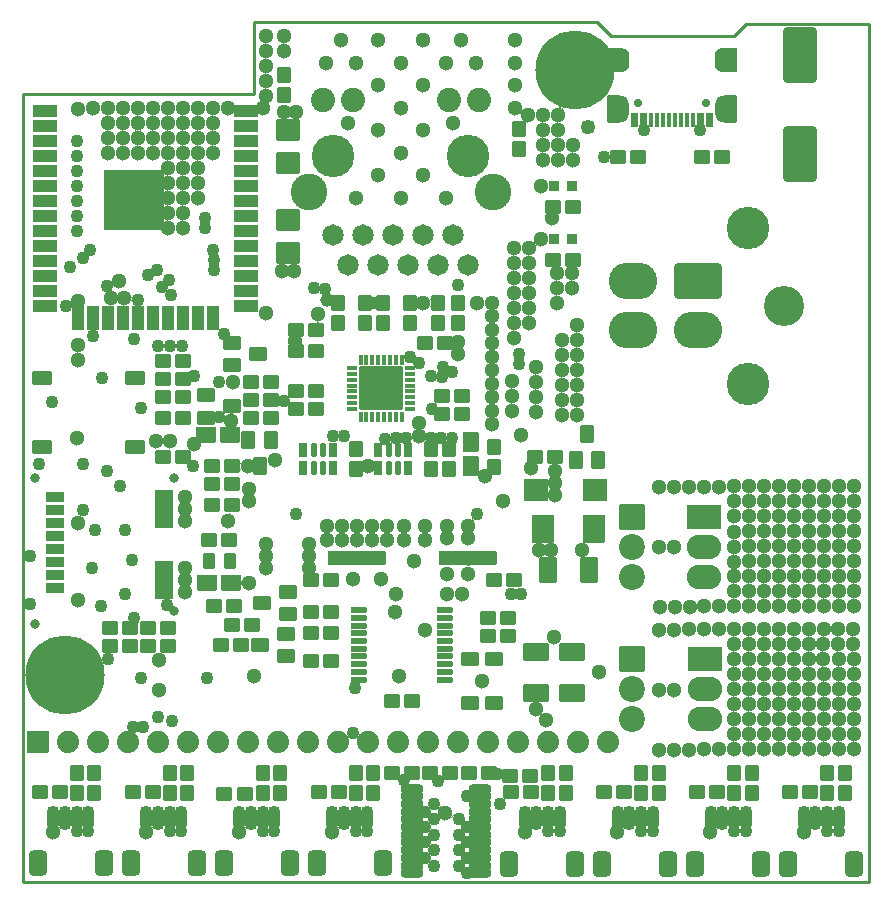
<source format=gbr>
%TF.GenerationSoftware,KiCad,Pcbnew,(6.0.8)*%
%TF.CreationDate,2023-02-19T19:21:05+03:00*%
%TF.ProjectId,ESP32-GATEWAY_Rev_G,45535033-322d-4474-9154-455741595f52,0*%
%TF.SameCoordinates,PX4260300PY8558f68*%
%TF.FileFunction,Soldermask,Top*%
%TF.FilePolarity,Negative*%
%FSLAX46Y46*%
G04 Gerber Fmt 4.6, Leading zero omitted, Abs format (unit mm)*
G04 Created by KiCad (PCBNEW (6.0.8)) date 2023-02-19 19:21:05*
%MOMM*%
%LPD*%
G01*
G04 APERTURE LIST*
G04 Aperture macros list*
%AMRoundRect*
0 Rectangle with rounded corners*
0 $1 Rounding radius*
0 $2 $3 $4 $5 $6 $7 $8 $9 X,Y pos of 4 corners*
0 Add a 4 corners polygon primitive as box body*
4,1,4,$2,$3,$4,$5,$6,$7,$8,$9,$2,$3,0*
0 Add four circle primitives for the rounded corners*
1,1,$1+$1,$2,$3*
1,1,$1+$1,$4,$5*
1,1,$1+$1,$6,$7*
1,1,$1+$1,$8,$9*
0 Add four rect primitives between the rounded corners*
20,1,$1+$1,$2,$3,$4,$5,0*
20,1,$1+$1,$4,$5,$6,$7,0*
20,1,$1+$1,$6,$7,$8,$9,0*
20,1,$1+$1,$8,$9,$2,$3,0*%
G04 Aperture macros list end*
%TA.AperFunction,Profile*%
%ADD10C,0.254000*%
%TD*%
%ADD11C,1.600000*%
%ADD12C,6.700000*%
%ADD13RoundRect,0.101600X0.499110X-0.549910X0.499110X0.549910X-0.499110X0.549910X-0.499110X-0.549910X0*%
%ADD14RoundRect,0.101600X-0.398780X-0.599440X0.398780X-0.599440X0.398780X0.599440X-0.398780X0.599440X0*%
%ADD15RoundRect,0.101600X-0.499110X0.549910X-0.499110X-0.549910X0.499110X-0.549910X0.499110X0.549910X0*%
%ADD16RoundRect,0.101600X-0.549910X-0.499110X0.549910X-0.499110X0.549910X0.499110X-0.549910X0.499110X0*%
%ADD17RoundRect,0.101600X0.549910X0.499110X-0.549910X0.499110X-0.549910X-0.499110X0.549910X-0.499110X0*%
%ADD18RoundRect,0.050800X0.635000X-0.762000X0.635000X0.762000X-0.635000X0.762000X-0.635000X-0.762000X0*%
%ADD19RoundRect,0.050800X0.762000X0.635000X-0.762000X0.635000X-0.762000X-0.635000X0.762000X-0.635000X0*%
%ADD20RoundRect,0.050800X-0.400000X-0.400000X0.400000X-0.400000X0.400000X0.400000X-0.400000X0.400000X0*%
%ADD21RoundRect,0.050800X-0.317500X-0.508000X0.317500X-0.508000X0.317500X0.508000X-0.317500X0.508000X0*%
%ADD22RoundRect,0.050800X-0.190500X-0.508000X0.190500X-0.508000X0.190500X0.508000X-0.190500X0.508000X0*%
%ADD23RoundRect,0.050800X0.317500X0.508000X-0.317500X0.508000X-0.317500X-0.508000X0.317500X-0.508000X0*%
%ADD24RoundRect,0.050800X0.190500X0.508000X-0.190500X0.508000X-0.190500X-0.508000X0.190500X-0.508000X0*%
%ADD25RoundRect,0.050800X-1.000000X-0.450000X1.000000X-0.450000X1.000000X0.450000X-1.000000X0.450000X0*%
%ADD26RoundRect,0.050800X-0.450000X-1.000000X0.450000X-1.000000X0.450000X1.000000X-0.450000X1.000000X0*%
%ADD27RoundRect,0.050800X-2.500000X-2.500000X2.500000X-2.500000X2.500000X2.500000X-2.500000X2.500000X0*%
%ADD28C,2.101600*%
%ADD29RoundRect,0.050800X-0.400000X-0.125000X0.400000X-0.125000X0.400000X0.125000X-0.400000X0.125000X0*%
%ADD30RoundRect,0.050800X0.125000X-0.400000X0.125000X0.400000X-0.125000X0.400000X-0.125000X-0.400000X0*%
%ADD31RoundRect,0.050800X0.400000X0.125000X-0.400000X0.125000X-0.400000X-0.125000X0.400000X-0.125000X0*%
%ADD32RoundRect,0.050800X-0.125000X0.400000X-0.125000X-0.400000X0.125000X-0.400000X0.125000X0.400000X0*%
%ADD33RoundRect,0.200000X-0.200000X0.200000X-0.200000X-0.200000X0.200000X-0.200000X0.200000X0.200000X0*%
%ADD34RoundRect,0.050800X-1.800000X1.800000X-1.800000X-1.800000X1.800000X-1.800000X1.800000X1.800000X0*%
%ADD35RoundRect,0.200000X-0.711200X0.711200X-0.711200X-0.711200X0.711200X-0.711200X0.711200X0.711200X0*%
%ADD36RoundRect,0.050800X-0.750000X0.400000X-0.750000X-0.400000X0.750000X-0.400000X0.750000X0.400000X0*%
%ADD37C,0.800000*%
%ADD38RoundRect,0.050800X-0.750000X1.550000X-0.750000X-1.550000X0.750000X-1.550000X0.750000X1.550000X0*%
%ADD39RoundRect,0.050800X-0.762000X0.508000X-0.762000X-0.508000X0.762000X-0.508000X0.762000X0.508000X0*%
%ADD40C,3.600000*%
%ADD41C,1.810000*%
%ADD42C,2.050000*%
%ADD43C,3.100000*%
%ADD44RoundRect,0.101600X-0.899160X0.798830X-0.899160X-0.798830X0.899160X-0.798830X0.899160X0.798830X0*%
%ADD45RoundRect,0.101600X0.899160X-0.798830X0.899160X0.798830X-0.899160X0.798830X-0.899160X-0.798830X0*%
%ADD46RoundRect,0.050800X1.000000X0.850000X-1.000000X0.850000X-1.000000X-0.850000X1.000000X-0.850000X0*%
%ADD47RoundRect,0.050800X-0.500000X0.700000X-0.500000X-0.700000X0.500000X-0.700000X0.500000X0.700000X0*%
%ADD48RoundRect,0.050800X-2.413000X-0.550000X2.413000X-0.550000X2.413000X0.550000X-2.413000X0.550000X0*%
%ADD49RoundRect,0.050800X-0.700000X-0.500000X0.700000X-0.500000X0.700000X0.500000X-0.700000X0.500000X0*%
%ADD50RoundRect,0.050800X0.635000X-0.162500X0.635000X0.162500X-0.635000X0.162500X-0.635000X-0.162500X0*%
%ADD51RoundRect,0.050800X-0.889000X-0.889000X0.889000X-0.889000X0.889000X0.889000X-0.889000X0.889000X0*%
%ADD52C,1.879600*%
%ADD53RoundRect,0.050800X0.889000X1.143000X-0.889000X1.143000X-0.889000X-1.143000X0.889000X-1.143000X0*%
%ADD54RoundRect,0.050800X0.500000X-0.700000X0.500000X0.700000X-0.500000X0.700000X-0.500000X-0.700000X0*%
%ADD55RoundRect,0.050800X-0.762000X-0.635000X0.762000X-0.635000X0.762000X0.635000X-0.762000X0.635000X0*%
%ADD56RoundRect,0.050800X0.700000X0.500000X-0.700000X0.500000X-0.700000X-0.500000X0.700000X-0.500000X0*%
%ADD57RoundRect,0.050800X-0.700000X0.500000X-0.700000X-0.500000X0.700000X-0.500000X0.700000X0.500000X0*%
%ADD58RoundRect,0.050800X0.700000X-0.500000X0.700000X0.500000X-0.700000X0.500000X-0.700000X-0.500000X0*%
%ADD59C,1.254000*%
%ADD60RoundRect,0.350000X-0.150000X-0.625000X0.150000X-0.625000X0.150000X0.625000X-0.150000X0.625000X0*%
%ADD61RoundRect,0.450000X-0.350000X-0.650000X0.350000X-0.650000X0.350000X0.650000X-0.350000X0.650000X0*%
%ADD62RoundRect,0.101600X0.635000X1.029970X-0.635000X1.029970X-0.635000X-1.029970X0.635000X-1.029970X0*%
%ADD63RoundRect,0.200000X0.900000X-0.900000X0.900000X0.900000X-0.900000X0.900000X-0.900000X-0.900000X0*%
%ADD64C,2.200000*%
%ADD65RoundRect,0.200000X-1.250000X0.850000X-1.250000X-0.850000X1.250000X-0.850000X1.250000X0.850000X0*%
%ADD66O,2.900000X2.100000*%
%ADD67C,3.400000*%
%ADD68RoundRect,0.450001X-1.599999X1.099999X-1.599999X-1.099999X1.599999X-1.099999X1.599999X1.099999X0*%
%ADD69O,4.100000X3.100000*%
%ADD70RoundRect,0.300000X-0.637500X-0.100000X0.637500X-0.100000X0.637500X0.100000X-0.637500X0.100000X0*%
%ADD71C,0.701600*%
%ADD72RoundRect,0.050800X0.550000X1.000000X-0.550000X1.000000X-0.550000X-1.000000X0.550000X-1.000000X0*%
%ADD73O,1.301600X2.301600*%
%ADD74RoundRect,0.050800X0.550000X1.100000X-0.550000X1.100000X-0.550000X-1.100000X0.550000X-1.100000X0*%
%ADD75O,1.401600X2.101600*%
%ADD76RoundRect,0.050800X0.150000X0.575000X-0.150000X0.575000X-0.150000X-0.575000X0.150000X-0.575000X0*%
%ADD77RoundRect,0.050800X0.125000X0.575000X-0.125000X0.575000X-0.125000X-0.575000X0.125000X-0.575000X0*%
%ADD78C,1.101600*%
%ADD79RoundRect,0.101600X1.029970X-0.635000X1.029970X0.635000X-1.029970X0.635000X-1.029970X-0.635000X0*%
%ADD80RoundRect,0.450000X1.000000X-1.950000X1.000000X1.950000X-1.000000X1.950000X-1.000000X-1.950000X0*%
%ADD81C,1.300000*%
%ADD82C,1.100000*%
%ADD83C,1.150000*%
G04 APERTURE END LIST*
D10*
X48650000Y72773492D02*
X49770000Y71659000D01*
X48650000Y72773492D02*
X19554000Y72769000D01*
X-4000Y66673000D02*
X0Y0D01*
X61200000Y72675000D02*
X71675000Y72675000D01*
X19554000Y66673000D02*
X19554000Y72769000D01*
X60184000Y71659000D02*
X61200000Y72675000D01*
X49770000Y71659000D02*
X60184000Y71659000D01*
X71675000Y72675000D02*
X71675000Y0D01*
X-4000Y66673000D02*
X19554000Y66673000D01*
X0Y0D02*
X71675000Y0D01*
X48650000Y72773492D02*
X49770000Y71659000D01*
X48650000Y72773492D02*
X19554000Y72769000D01*
X-4000Y66673000D02*
X0Y0D01*
X61200000Y72675000D02*
X71675000Y72675000D01*
X19554000Y66673000D02*
X19554000Y72769000D01*
X60184000Y71659000D02*
X61200000Y72675000D01*
X49770000Y71659000D02*
X60184000Y71659000D01*
X71675000Y72675000D02*
X71675000Y0D01*
X-4000Y66673000D02*
X19554000Y66673000D01*
X0Y0D02*
X71675000Y0D01*
D11*
X5203000Y19175000D03*
X1901000Y15746000D03*
X5203000Y15873000D03*
X3552000Y15111000D03*
X1139000Y17524000D03*
X3552000Y19937000D03*
X5965000Y17524000D03*
X1901000Y19175000D03*
D12*
X3552000Y17524000D03*
D13*
X36064000Y34963640D03*
X36064000Y36660360D03*
X34540000Y34963640D03*
X34540000Y36660360D03*
D14*
X15733840Y27176000D03*
X17532160Y27176000D03*
D15*
X36826000Y48979360D03*
X36826000Y47282640D03*
X39874000Y36787360D03*
X39874000Y35090640D03*
X28190000Y36660360D03*
X28190000Y34963640D03*
D16*
X34072640Y45591000D03*
X35769360Y45591000D03*
D17*
X24847360Y44956000D03*
X23150640Y44956000D03*
X24847360Y40003000D03*
X23150640Y40003000D03*
X24847360Y41527000D03*
X23150640Y41527000D03*
X37166360Y41146000D03*
X35469640Y41146000D03*
D18*
X37969000Y35177000D03*
X37969000Y37209000D03*
D19*
X17649000Y25271000D03*
X15617000Y25271000D03*
D20*
X46461500Y54455000D03*
X44937500Y54455000D03*
D16*
X11847640Y44067000D03*
X13544360Y44067000D03*
D13*
X22094000Y66586640D03*
X22094000Y68283360D03*
D15*
X42033000Y63711360D03*
X42033000Y62014640D03*
X28952000Y48979360D03*
X28952000Y47282640D03*
X26666000Y48979360D03*
X26666000Y47282640D03*
X32762000Y48979360D03*
X32762000Y47282640D03*
X30476000Y48979360D03*
X30476000Y47282640D03*
D16*
X31278640Y15301500D03*
X32975360Y15301500D03*
X35469640Y39625000D03*
X37166360Y39625000D03*
D17*
X24847360Y46734000D03*
X23150640Y46734000D03*
D16*
X39406640Y20826000D03*
X41103360Y20826000D03*
D17*
X26117360Y22858000D03*
X24420640Y22858000D03*
D21*
X23745000Y35050000D03*
X23745000Y36574000D03*
D22*
X24634000Y35050000D03*
X24634000Y36574000D03*
X25396000Y35050000D03*
X25396000Y36574000D03*
D21*
X26285000Y35050000D03*
X26285000Y36574000D03*
D23*
X32635000Y36574000D03*
X32635000Y35050000D03*
D24*
X31746000Y36574000D03*
X31746000Y35050000D03*
X30984000Y36574000D03*
X30984000Y35050000D03*
D23*
X30095000Y36574000D03*
X30095000Y35050000D03*
D25*
X1910000Y65252000D03*
X1910000Y63982000D03*
X1910000Y62712000D03*
X1910000Y61442000D03*
X1910000Y60172000D03*
X1910000Y58902000D03*
X1910000Y57632000D03*
X1910000Y56362000D03*
X1910000Y55092000D03*
X1910000Y53822000D03*
X1910000Y52552000D03*
X1910000Y51282000D03*
X1910000Y50012000D03*
X1910000Y48742000D03*
D26*
X4710000Y47742000D03*
X5980000Y47742000D03*
X7250000Y47742000D03*
X8520000Y47742000D03*
X9790000Y47742000D03*
X11060000Y47742000D03*
X12330000Y47742000D03*
X13600000Y47742000D03*
X14870000Y47742000D03*
X16140000Y47742000D03*
D25*
X18910000Y48742000D03*
X18910000Y50012000D03*
X18910000Y51282000D03*
X18910000Y52552000D03*
X18910000Y53822000D03*
X18910000Y55092000D03*
X18910000Y56362000D03*
X18910000Y57632000D03*
X18910000Y58902000D03*
X18910000Y60172000D03*
X18910000Y61442000D03*
X18910000Y62712000D03*
X18910000Y63982000D03*
X18910000Y65252000D03*
D27*
X9410000Y57742000D03*
D28*
X9410000Y57742000D03*
D29*
X27899000Y43531000D03*
X27899000Y43031000D03*
X27899000Y42531000D03*
X27899000Y42031000D03*
X27899000Y41531000D03*
X27899000Y41031000D03*
X27899000Y40531000D03*
X27899000Y40031000D03*
D30*
X28599000Y39331000D03*
X29099000Y39331000D03*
X29599000Y39331000D03*
X30099000Y39331000D03*
X30599000Y39331000D03*
X31099000Y39331000D03*
X31599000Y39331000D03*
X32099000Y39331000D03*
D31*
X32799000Y40031000D03*
X32799000Y40531000D03*
X32799000Y41031000D03*
X32799000Y41531000D03*
X32799000Y42031000D03*
X32799000Y42531000D03*
X32799000Y43031000D03*
X32799000Y43531000D03*
D32*
X32099000Y44231000D03*
X31599000Y44231000D03*
X31099000Y44231000D03*
X30599000Y44231000D03*
X30099000Y44231000D03*
X29599000Y44231000D03*
X29099000Y44231000D03*
X28599000Y44231000D03*
D33*
X31649000Y42281000D03*
X30849000Y43081000D03*
X29849000Y43081000D03*
D34*
X30349000Y41781000D03*
D33*
X31649000Y41281000D03*
X29049000Y41281000D03*
X30849000Y40481000D03*
D35*
X30349000Y41781000D03*
D33*
X29049000Y42281000D03*
X29849000Y40481000D03*
D36*
X2727000Y24850000D03*
X2727000Y25950000D03*
X2727000Y27050000D03*
X2727000Y28150000D03*
X2727000Y29250000D03*
X2727000Y30350000D03*
X2727000Y31450000D03*
X2727000Y32550000D03*
D37*
X1007000Y21880000D03*
X12807000Y22970000D03*
X12807000Y34240000D03*
X1007000Y34240000D03*
D38*
X11977000Y31610000D03*
X11977000Y25550000D03*
D17*
X17481360Y28954000D03*
X15784640Y28954000D03*
D39*
X9521000Y42670000D03*
X1647000Y42670000D03*
X9521000Y36828000D03*
X1647000Y36828000D03*
D40*
X26285000Y61466000D03*
X37715000Y61466000D03*
D41*
X36455000Y54766000D03*
X35185000Y52226000D03*
X33915000Y54766000D03*
X32645000Y52226000D03*
X31375000Y54766000D03*
X30105000Y52226000D03*
X28835000Y54766000D03*
X27565000Y52226000D03*
D42*
X27930000Y66214500D03*
X38610000Y66214500D03*
D43*
X39800000Y58416000D03*
X24200000Y58416000D03*
D42*
X25390000Y66214500D03*
X36070000Y66214500D03*
D44*
X22475000Y56007540D03*
X22475000Y53208460D03*
D45*
X22475000Y60828460D03*
X22475000Y63627540D03*
D17*
X46547860Y52677000D03*
X44851140Y52677000D03*
X26117360Y25525000D03*
X24420640Y25525000D03*
D16*
X39914640Y25525000D03*
X41611360Y25525000D03*
D17*
X26117360Y18667000D03*
X24420640Y18667000D03*
D16*
X39406640Y22350000D03*
X41103360Y22350000D03*
D46*
X48470000Y33145000D03*
X43470000Y33145000D03*
D47*
X46798040Y35720560D03*
X48700500Y35720560D03*
X47745460Y37930360D03*
D48*
X28317000Y27430000D03*
X37715000Y27430000D03*
D49*
X22439440Y22670040D03*
X22439440Y24572500D03*
X20229640Y23617460D03*
D17*
X45040360Y35939000D03*
X43343640Y35939000D03*
X26117360Y21080000D03*
X24420640Y21080000D03*
X13544360Y42543000D03*
X11847640Y42543000D03*
D16*
X11847640Y41019000D03*
X13544360Y41019000D03*
D50*
X35746500Y17139000D03*
X35746500Y17789000D03*
X35746500Y18439000D03*
X35746500Y19089000D03*
X35746500Y19739000D03*
X35746500Y20389000D03*
X35746500Y21039000D03*
X35746500Y21689000D03*
X35746500Y22339000D03*
X35746500Y22989000D03*
X28507500Y22989000D03*
X28507500Y22339000D03*
X28507500Y21689000D03*
X28507500Y21039000D03*
X28507500Y20389000D03*
X28507500Y19739000D03*
X28507500Y19089000D03*
X28507500Y18439000D03*
X28507500Y17789000D03*
X28507500Y17139000D03*
D11*
X45081000Y70356000D03*
X45081000Y66927000D03*
X49145000Y68705000D03*
X48383000Y70356000D03*
X44319000Y68705000D03*
X48383000Y67054000D03*
X46732000Y71118000D03*
D12*
X46732000Y68705000D03*
D11*
X46732000Y66292000D03*
D51*
X1266000Y11809000D03*
D52*
X3806000Y11809000D03*
X6346000Y11809000D03*
X8886000Y11809000D03*
X11426000Y11809000D03*
X13966000Y11809000D03*
X16506000Y11809000D03*
X19046000Y11809000D03*
X21586000Y11809000D03*
X24126000Y11809000D03*
X26666000Y11809000D03*
X29206000Y11809000D03*
X31746000Y11809000D03*
X34286000Y11809000D03*
X36826000Y11809000D03*
X39366000Y11809000D03*
X41906000Y11809000D03*
X44446000Y11809000D03*
X46986000Y11809000D03*
X49526000Y11809000D03*
D20*
X46461500Y58900000D03*
X44937500Y58900000D03*
D16*
X44851140Y57122000D03*
X46547860Y57122000D03*
D17*
X12274360Y19937000D03*
X10577640Y19937000D03*
X17735360Y35177000D03*
X16038640Y35177000D03*
D53*
X48401000Y29843000D03*
X44047000Y29843000D03*
D54*
X21011960Y37427440D03*
X19109500Y37427440D03*
X20064540Y35217640D03*
D17*
X21037360Y42289000D03*
X19340640Y42289000D03*
D55*
X15490000Y37844000D03*
X17522000Y37844000D03*
D16*
X19340639Y39241000D03*
X21037359Y39241000D03*
D56*
X17684560Y45651960D03*
X17684560Y43749500D03*
X19894360Y44704540D03*
D16*
X19340639Y40765000D03*
X21037359Y40765000D03*
D17*
X9099360Y21461000D03*
X7402640Y21461000D03*
X17735360Y33653000D03*
X16038640Y33653000D03*
D57*
X15533000Y41207000D03*
X15533000Y39307000D03*
X17733000Y40257000D03*
D58*
X37842000Y15116000D03*
X37842000Y18916000D03*
D57*
X39874000Y18916000D03*
X39874000Y15116000D03*
D59*
X47825000Y63950000D03*
D13*
X35175000Y47282640D03*
X35175000Y48979360D03*
D16*
X16038640Y31875000D03*
X17735360Y31875000D03*
D17*
X12274360Y21461000D03*
X10577640Y21461000D03*
X9099360Y19937000D03*
X7402640Y19937000D03*
X19386360Y21715000D03*
X17689640Y21715000D03*
X17862360Y23366000D03*
X16165640Y23366000D03*
D49*
X22312440Y19114040D03*
X22312440Y21016500D03*
X20102640Y20061460D03*
D17*
X18497360Y20064000D03*
X16800640Y20064000D03*
X13544360Y39241000D03*
X11847640Y39241000D03*
X13544360Y35939000D03*
X11847640Y35939000D03*
D15*
X28170000Y9235081D03*
X28170000Y7538361D03*
D17*
X39473360Y9219180D03*
X37776640Y9219180D03*
D16*
X17076640Y7486829D03*
X18773360Y7486829D03*
D60*
X10430000Y5440000D03*
X11430000Y5440000D03*
X12430000Y5440000D03*
X13430000Y5440000D03*
D61*
X14730000Y1565000D03*
X9130000Y1565000D03*
D16*
X64978200Y7585000D03*
X66674920Y7585000D03*
D62*
X47977600Y26400000D03*
X44472400Y26400000D03*
D15*
X4560000Y9236720D03*
X4560000Y7540000D03*
D60*
X2560000Y5440000D03*
X3560000Y5440000D03*
X4560000Y5440000D03*
X5560000Y5440000D03*
D61*
X1260000Y1565000D03*
X6860000Y1565000D03*
D41*
X26300000Y54775000D03*
D63*
X51610000Y30925000D03*
D64*
X51610000Y28385000D03*
X51610000Y25845000D03*
D16*
X1436640Y7590000D03*
X3133360Y7590000D03*
D60*
X50360000Y5434115D03*
X51360000Y5434115D03*
X52360000Y5434115D03*
X53360000Y5434115D03*
D61*
X54660000Y1559115D03*
X49060000Y1559115D03*
D60*
X58230000Y5435112D03*
X59230000Y5435112D03*
X60230000Y5435112D03*
X61230000Y5435112D03*
D61*
X56930000Y1560112D03*
X62530000Y1560112D03*
D15*
X21775000Y9236009D03*
X21775000Y7539289D03*
D60*
X26170000Y5436721D03*
X27170000Y5436721D03*
X28170000Y5436721D03*
X29170000Y5436721D03*
D61*
X30470000Y1561721D03*
X24870000Y1561721D03*
D15*
X53835000Y9232475D03*
X53835000Y7535755D03*
D63*
X51610000Y18850000D03*
D64*
X51610000Y16310000D03*
X51610000Y13770000D03*
D16*
X50401640Y61350000D03*
X52098360Y61350000D03*
X57107480Y7585112D03*
X58804200Y7585112D03*
D65*
X57725000Y18875000D03*
D66*
X57725000Y16335000D03*
X57725000Y13795000D03*
D15*
X52360000Y9229195D03*
X52360000Y7532475D03*
X60230000Y9233472D03*
X60230000Y7536752D03*
D65*
X57717500Y30935000D03*
D66*
X57717500Y28395000D03*
X57717500Y25855000D03*
D15*
X6035000Y9238360D03*
X6035000Y7541640D03*
D17*
X36193360Y9220000D03*
X34496640Y9220000D03*
D15*
X29645000Y9235081D03*
X29645000Y7538361D03*
D16*
X49235800Y7584115D03*
X50932520Y7584115D03*
D60*
X42490000Y5433893D03*
X43490000Y5433893D03*
X44490000Y5433893D03*
X45490000Y5433893D03*
D61*
X46790000Y1558893D03*
X41190000Y1558893D03*
D15*
X68100720Y9236640D03*
X68100720Y7539920D03*
D67*
X64465000Y48800000D03*
D68*
X57165000Y50900000D03*
D69*
X57165000Y46700000D03*
X51665000Y50900000D03*
X51665000Y46700000D03*
D16*
X57476640Y61350000D03*
X59173360Y61350000D03*
D70*
X32987500Y7890000D03*
X32987500Y7240000D03*
X32987500Y6590000D03*
X32987500Y5940000D03*
X32987500Y5290000D03*
X32987500Y4640000D03*
X32987500Y3990000D03*
X32987500Y3340000D03*
X32987500Y2690000D03*
X32987500Y2040000D03*
X32987500Y1390000D03*
X32987500Y740000D03*
X38712500Y740000D03*
X38712500Y1390000D03*
X38712500Y2040000D03*
X38712500Y2690000D03*
X38712500Y3340000D03*
X38712500Y3990000D03*
X38712500Y4640000D03*
X38712500Y5290000D03*
X38712500Y5940000D03*
X38712500Y6590000D03*
X38712500Y7240000D03*
X38712500Y7890000D03*
D16*
X9307480Y7590000D03*
X11004200Y7590000D03*
D15*
X13905000Y9238360D03*
X13905000Y7541640D03*
D17*
X42948360Y8980000D03*
X41251640Y8980000D03*
D15*
X45965000Y9232253D03*
X45965000Y7535533D03*
X20300000Y9236009D03*
X20300000Y7539289D03*
D16*
X25047480Y7586721D03*
X26744200Y7586721D03*
D60*
X66110000Y5435000D03*
X67110000Y5435000D03*
X68110000Y5435000D03*
X69110000Y5435000D03*
D61*
X70410000Y1560000D03*
X64810000Y1560000D03*
D16*
X41367480Y7583893D03*
X43064200Y7583893D03*
D71*
X57865000Y65920000D03*
X52085000Y65920000D03*
D72*
X50047400Y69600000D03*
D73*
X59295000Y65420000D03*
D74*
X59902600Y65420000D03*
D75*
X59295000Y69600000D03*
D73*
X50655000Y65420000D03*
D72*
X59902600Y69600000D03*
D75*
X50655000Y69600000D03*
D74*
X50047400Y65420000D03*
D76*
X58300000Y64518000D03*
X57500000Y64518000D03*
D77*
X56225000Y64518000D03*
X55225000Y64518000D03*
X54725000Y64518000D03*
X53725000Y64518000D03*
D76*
X52450000Y64518000D03*
X51650000Y64518000D03*
X51900000Y64518000D03*
X52700000Y64518000D03*
D77*
X53225000Y64518000D03*
X54225000Y64518000D03*
X55725000Y64518000D03*
X56725000Y64518000D03*
D76*
X57250000Y64518000D03*
X58050000Y64518000D03*
D15*
X69575720Y9233360D03*
X69575720Y7536640D03*
D78*
X49225000Y61350000D03*
D15*
X12430000Y9236720D03*
X12430000Y7540000D03*
D79*
X46475000Y15975000D03*
X46475000Y19480200D03*
D41*
X37715000Y52225000D03*
D16*
X31221640Y9220000D03*
X32918360Y9220000D03*
D15*
X61705000Y9233472D03*
X61705000Y7536752D03*
X44490000Y9230613D03*
X44490000Y7533893D03*
D60*
X18300000Y5437649D03*
X19300000Y5437649D03*
X20300000Y5437649D03*
X21300000Y5437649D03*
D61*
X22600000Y1562649D03*
X17000000Y1562649D03*
D80*
X65810000Y61620000D03*
X65810000Y70020000D03*
D40*
X61365000Y42200000D03*
X61365000Y55400000D03*
D68*
X57165000Y50900000D03*
D69*
X57165000Y46700000D03*
X51665000Y50900000D03*
X51665000Y46700000D03*
D79*
X43425000Y15975000D03*
X43425000Y19480200D03*
D81*
X13760000Y26541000D03*
X13760000Y25525000D03*
X13760000Y24509000D03*
D82*
X35429000Y37590000D03*
X34540000Y37590000D03*
D81*
X39747000Y46734000D03*
X39747000Y47877000D03*
X39747000Y49020000D03*
X39747000Y42162000D03*
X39747000Y41019000D03*
X39747000Y39876000D03*
X39747000Y38733000D03*
X29587000Y30097000D03*
X32254000Y30097000D03*
X34032000Y30097000D03*
X35937000Y30097000D03*
X32254000Y28954000D03*
X30857000Y30097000D03*
X28317000Y30097000D03*
X29587000Y28954000D03*
X37715000Y30097000D03*
X25777000Y28954000D03*
X25777000Y30097000D03*
X27047000Y28954000D03*
X27047000Y30097000D03*
X45335000Y61085000D03*
X45335000Y62355000D03*
X45335000Y63625000D03*
X45335000Y64895000D03*
X38858000Y17016000D03*
X42795000Y64895000D03*
X44065000Y64895000D03*
X44065000Y63625000D03*
X44065000Y62355000D03*
X41652000Y65530000D03*
X41652000Y67435000D03*
X41652000Y69340000D03*
X41652000Y71245000D03*
X44050000Y61100000D03*
X46605000Y61085000D03*
X46605000Y62355000D03*
X37207000Y24382000D03*
X13585000Y61720000D03*
X20570000Y71626000D03*
X20570000Y70356000D03*
X20570000Y67816000D03*
X20570000Y69086000D03*
X20570000Y66546000D03*
X12442000Y37336000D03*
X11299000Y37336000D03*
X55150000Y28385000D03*
X13766000Y32622000D03*
X61490000Y30950000D03*
X60185000Y18845000D03*
X67805000Y17590000D03*
X65290000Y12515000D03*
X69090000Y11235000D03*
X69080000Y32220000D03*
X60205000Y16295000D03*
X4700000Y30350000D03*
X63985000Y20130000D03*
X12325000Y56625000D03*
X62760000Y12505000D03*
X65280000Y33500000D03*
X42895000Y48570000D03*
X8500000Y62945000D03*
X9770000Y62945000D03*
X5960000Y65485000D03*
X55185000Y23310000D03*
X60205000Y17565000D03*
X64005000Y15040000D03*
X64030000Y12505000D03*
X33524000Y37717000D03*
X14855000Y61720000D03*
X61455000Y21390000D03*
X24258000Y26561000D03*
X45650000Y44630000D03*
X43459261Y41080000D03*
X53915000Y23310000D03*
X13766000Y31606000D03*
X67830000Y29690000D03*
X8500000Y64215000D03*
X12305000Y65510000D03*
X45650000Y43360000D03*
X57655000Y21375000D03*
X39747000Y43305000D03*
X61490000Y29680000D03*
X20550000Y26550000D03*
X36826000Y44702000D03*
X69090000Y29680000D03*
X4568000Y37589848D03*
X61480000Y32220000D03*
X56400000Y21375000D03*
X27936000Y25652000D03*
D82*
X11426000Y45337000D03*
D81*
X69090000Y12505000D03*
X61490000Y13775000D03*
X12305000Y61700000D03*
X56430000Y11210000D03*
X35937000Y26033000D03*
X41450000Y41175000D03*
X64030000Y13775000D03*
X42895000Y51110000D03*
X62760000Y13775000D03*
X39747000Y44448000D03*
X13585000Y59165000D03*
D82*
X40174428Y9133880D03*
D81*
X31619000Y24382000D03*
X4695000Y45464000D03*
X17350000Y30575000D03*
X70355000Y33490000D03*
X69115000Y23335000D03*
X4695000Y49147000D03*
X61490000Y12505000D03*
X30349000Y25652000D03*
X56425000Y33475000D03*
X69090000Y28410000D03*
X66535000Y17590000D03*
X12305000Y62970000D03*
X43049000Y35050000D03*
X65290000Y13785000D03*
X69055000Y21390000D03*
X17776000Y42289000D03*
X67825000Y33510000D03*
X62735000Y16310000D03*
X42895000Y52375000D03*
X67855000Y24615000D03*
X35937000Y29081000D03*
X34032000Y28954000D03*
X64005000Y16310000D03*
X31492000Y22858000D03*
X70360000Y30950000D03*
X61465000Y16310000D03*
X16115000Y65500000D03*
X7230000Y65485000D03*
X65265000Y17590000D03*
X58220000Y4230000D03*
X13575000Y64240000D03*
X62755000Y32220000D03*
D82*
X12442010Y45337000D03*
D81*
X61515000Y25875000D03*
X61455000Y20120000D03*
X65315000Y23345000D03*
X70360000Y28410000D03*
X20550000Y28591000D03*
X60230000Y11220000D03*
X11035000Y61700000D03*
X4695000Y23874000D03*
X36826000Y45718000D03*
X58955000Y33475000D03*
X45650000Y42090000D03*
X39154589Y34345411D03*
X60230000Y28395000D03*
X64000000Y21400000D03*
X69055000Y20120000D03*
X65265000Y18860000D03*
X46920000Y40825000D03*
X14855000Y59165000D03*
X9765000Y65510000D03*
X66560000Y30960000D03*
X70385000Y24605000D03*
X70355000Y32220000D03*
X60230000Y27125000D03*
X46925000Y47165000D03*
D82*
X631000Y27557000D03*
D81*
X62755000Y33490000D03*
X64055000Y24605000D03*
X61515000Y24605000D03*
X67810000Y30970000D03*
X64030000Y28410000D03*
X64030000Y29680000D03*
X67810000Y32240000D03*
X14845000Y65500000D03*
X60210000Y30945000D03*
X10420000Y4215669D03*
X44700000Y28065000D03*
X8568500Y49401561D03*
X41625000Y53645000D03*
X25015000Y48067500D03*
X67830000Y11245000D03*
X66530000Y21400000D03*
X70330000Y21390000D03*
X70330000Y20120000D03*
X2560000Y4220000D03*
X24258000Y27577000D03*
X67855000Y23345000D03*
X63985000Y18860000D03*
X11035000Y62970000D03*
X55160000Y11210000D03*
X13575000Y65510000D03*
X70335000Y16310000D03*
X53890000Y11210000D03*
X57680000Y33475000D03*
X61515000Y23335000D03*
X42489227Y4220000D03*
X57690000Y11220000D03*
X11035000Y65510000D03*
X69065000Y18850000D03*
X66560000Y12515000D03*
X14855000Y60435000D03*
X66560000Y13785000D03*
X67785000Y18870000D03*
X13766000Y30590000D03*
X13585000Y55355000D03*
X65255000Y21400000D03*
X61490000Y27140000D03*
X13585000Y57895000D03*
X64030000Y27140000D03*
X62785000Y24605000D03*
X41450000Y39905000D03*
X13585000Y60435000D03*
X9765000Y64240000D03*
X23110000Y65149000D03*
X64025000Y33500000D03*
X69080000Y33490000D03*
X69090000Y27140000D03*
X57715000Y23320000D03*
X66535000Y16320000D03*
X66560000Y15055000D03*
X37715000Y29081000D03*
X55135000Y16285000D03*
X61465000Y18850000D03*
X8500000Y65485000D03*
X22957600Y51687000D03*
X65315000Y24615000D03*
X21332000Y35685000D03*
X61490000Y28410000D03*
X23070479Y45805479D03*
X35936992Y24382000D03*
X65290000Y29690000D03*
X70360000Y13775000D03*
X56455000Y23310000D03*
X62735000Y17580000D03*
X41625000Y52375000D03*
X62785000Y27145000D03*
X70335000Y17580000D03*
X17385000Y65500000D03*
X66585000Y25885000D03*
X66555000Y32230000D03*
X64005000Y17580000D03*
X22094000Y71626000D03*
X12325000Y55355000D03*
X60255000Y25860000D03*
X12315000Y60435000D03*
X60205000Y15025000D03*
X11035000Y64240000D03*
X12325000Y57895000D03*
X42895000Y47300000D03*
X34032000Y21334000D03*
D82*
X32761988Y44448000D03*
D81*
X43684000Y28065000D03*
X46920000Y44630000D03*
D82*
X33524000Y43940000D03*
D81*
X46470000Y51525000D03*
X62760000Y30950000D03*
X42895000Y53645000D03*
X62760000Y28410000D03*
X69090000Y30950000D03*
X12305000Y64240000D03*
X62785000Y23335000D03*
D82*
X631000Y23493000D03*
D81*
X16115000Y62975000D03*
X66530000Y20130000D03*
X45195000Y49010000D03*
X70360000Y12505000D03*
X42895000Y49840000D03*
X7489000Y49401000D03*
X20550000Y27575000D03*
X61480000Y33490000D03*
X41625000Y48570000D03*
X65255000Y20130000D03*
X43475000Y43575000D03*
X69115000Y25875000D03*
X61465000Y15040000D03*
X44812500Y56175000D03*
X50340000Y4230000D03*
X65280000Y32230000D03*
X43475000Y39825000D03*
X67830000Y12515000D03*
X62785000Y25875000D03*
X70360000Y29680000D03*
X21967000Y51687000D03*
X64030000Y11235000D03*
X29206000Y35177000D03*
X53880000Y28385000D03*
X60255000Y23320000D03*
X65290000Y11245000D03*
X60225000Y33485000D03*
X8500000Y61675000D03*
X46920000Y42090000D03*
X62760000Y11235000D03*
X67830000Y27150000D03*
X64010000Y30960000D03*
X70385000Y25875000D03*
X62760000Y15045000D03*
X33524000Y38860000D03*
X12325000Y59165000D03*
X16125000Y61705000D03*
X41625000Y51110000D03*
X66560000Y29690000D03*
X64010000Y32230000D03*
X65315000Y25885000D03*
X35774009Y5859842D03*
X65290000Y27150000D03*
X26170000Y4216721D03*
X24258000Y28593000D03*
X60230000Y29665000D03*
X37715000Y26098570D03*
X62730000Y21390000D03*
X14855000Y57895000D03*
X60200000Y21385000D03*
X14845000Y64250000D03*
X53880000Y33465000D03*
X67805000Y15050000D03*
X39747000Y45591000D03*
X69090000Y13775000D03*
X62760000Y29680000D03*
X60255000Y24590000D03*
X45200000Y51525000D03*
X62730000Y20120000D03*
X44940000Y20740000D03*
X67830000Y28420000D03*
X45650000Y39555000D03*
X69065000Y15040000D03*
X53855000Y21365000D03*
X58930000Y21375000D03*
X33143000Y27176000D03*
X69065000Y16310000D03*
X55130000Y21365000D03*
X70335000Y18850000D03*
X60230000Y13760000D03*
X55155000Y33465000D03*
X66555000Y33500000D03*
X60230000Y12490000D03*
X28317000Y28954000D03*
X41625000Y47300000D03*
X7230000Y61675000D03*
X20570000Y48131000D03*
X65290000Y28420000D03*
X41450000Y42445000D03*
X16115000Y64250000D03*
X70385000Y23335000D03*
X46920000Y45900000D03*
X61465000Y17580000D03*
X66585000Y24615000D03*
X66560000Y11245000D03*
X67830000Y13785000D03*
X67800000Y21410000D03*
X58960000Y11220000D03*
X69115000Y24605000D03*
X58985000Y23320000D03*
X66100000Y4230000D03*
X7230000Y64215000D03*
X60185000Y20115000D03*
X13585000Y56625000D03*
X45650000Y40825000D03*
X20323700Y65492519D03*
X14845000Y62975000D03*
X66585000Y27155000D03*
X70360000Y11235000D03*
X13575000Y62970000D03*
X67855000Y25885000D03*
X9765000Y61700000D03*
X7230000Y62945000D03*
X4680000Y65475000D03*
X46920000Y39555000D03*
X4695000Y44194000D03*
X61490000Y11235000D03*
X69065000Y17580000D03*
X64055000Y25875000D03*
X66535000Y18860000D03*
X22094000Y65149000D03*
X65265000Y16320000D03*
X67785000Y20140000D03*
X70360000Y15045000D03*
X66585000Y23345000D03*
X43459261Y42350000D03*
X67805000Y16320000D03*
X22094000Y70356000D03*
X62735000Y18850000D03*
X70385000Y27145000D03*
X18298234Y4212649D03*
X65290000Y30960000D03*
X41620000Y46035000D03*
X45650000Y45900000D03*
X64055000Y23335000D03*
X60210000Y32215000D03*
X45200000Y50275000D03*
X66560000Y28420000D03*
X46920000Y43360000D03*
X46470000Y50275000D03*
X30857000Y28954000D03*
D82*
X36318004Y37590000D03*
D81*
X65265000Y15050000D03*
X53865000Y16285000D03*
X41625000Y49840000D03*
X19173000Y25271000D03*
X14474000Y37082000D03*
D82*
X14474000Y42797000D03*
D81*
X40636000Y32256000D03*
X8180000Y50860000D03*
X19173000Y32256000D03*
X44300000Y13730000D03*
X19590000Y17440000D03*
X11545229Y18794000D03*
X19173000Y33272000D03*
X11540000Y16250000D03*
X43430000Y14603000D03*
D82*
X1373596Y35360000D03*
X7200000Y18910588D03*
X4550000Y62736000D03*
X36826000Y50544000D03*
X29714000Y49020000D03*
D81*
X33905000Y49020000D03*
X38477000Y49020000D03*
D83*
X25777000Y49274000D03*
D81*
X42159976Y37844020D03*
D82*
X57375000Y63700000D03*
D81*
X31870000Y17430000D03*
D82*
X52575000Y63700000D03*
X25559530Y50187798D03*
X24666301Y50321179D03*
X5107510Y31474918D03*
X5107510Y35406099D03*
X10029000Y40130000D03*
X12244828Y23431445D03*
X4550000Y57656000D03*
D81*
X45081000Y32764000D03*
X48775000Y17775000D03*
X45081000Y34796000D03*
X45081000Y33780000D03*
D82*
X12548555Y49657751D03*
X37630000Y7240000D03*
X32287950Y8614224D03*
X4550000Y60196000D03*
X10216058Y13140826D03*
X9313587Y13159216D03*
X4550000Y61466000D03*
X4550000Y56386000D03*
X35145630Y8547045D03*
D81*
X19046000Y35177000D03*
X17649000Y38987000D03*
D82*
X16633000Y39367980D03*
X16633000Y42289000D03*
X15620000Y17280000D03*
X10035100Y17276100D03*
X4550000Y58926000D03*
X27948670Y12640081D03*
X6746831Y42670000D03*
X2479143Y40610000D03*
X17014561Y46353561D03*
X28111100Y16449198D03*
X12401455Y50997029D03*
X11410000Y13987300D03*
X10600358Y51399500D03*
X13438190Y45337000D03*
X14452273Y35199848D03*
X7167885Y34790410D03*
X8249900Y33532100D03*
X9793926Y49269812D03*
X11397444Y51785274D03*
X12674333Y13641251D03*
X26284996Y37780500D03*
X5105254Y52853819D03*
X27174000Y37780500D03*
X5697844Y53500732D03*
X30692412Y37537485D03*
X4003187Y52061931D03*
X31566595Y37617220D03*
X16184289Y51771382D03*
X32443985Y37590000D03*
X7133800Y50463101D03*
X6154613Y29785387D03*
X8630900Y29790000D03*
X9394000Y45972000D03*
X9259800Y27241700D03*
X6600000Y23366000D03*
X9420000Y22310000D03*
X3622686Y48766000D03*
X5965000Y46226000D03*
X8630900Y24380000D03*
X5838000Y26540998D03*
X23110000Y31113000D03*
X38477000Y31113000D03*
X4550000Y55100000D03*
D81*
X43912500Y58900000D03*
D82*
X15427114Y55370000D03*
X35561367Y43637483D03*
X16150053Y52648526D03*
X34539439Y42796439D03*
X16116035Y53525679D03*
X35514546Y42711454D03*
X15418726Y56251734D03*
X36318000Y43178000D03*
X11808376Y50349872D03*
X22113803Y40711622D03*
X34090000Y5940000D03*
X4560000Y4290000D03*
X34790000Y5290000D03*
X5560000Y4290000D03*
X12430000Y4290000D03*
X34090000Y4640000D03*
X34790000Y3990000D03*
X13430000Y4290000D03*
X34090000Y3340000D03*
X20308234Y4290126D03*
X34790000Y2690000D03*
X21300000Y4290126D03*
X34090000Y2040000D03*
X28170000Y4286721D03*
X29170000Y4286721D03*
X34790000Y1390000D03*
X37600000Y740000D03*
X44490000Y4283893D03*
X36900000Y1390000D03*
X45490000Y4283893D03*
X52360000Y4284115D03*
X37600000Y2040000D03*
X53360000Y4284115D03*
X36900000Y2690000D03*
X37600000Y3340000D03*
X60230000Y4285112D03*
X61230000Y4285112D03*
X36900000Y3990000D03*
D81*
X33905000Y71245000D03*
X30095000Y71245000D03*
X28190000Y69340000D03*
X33905000Y67435000D03*
X33905000Y59815000D03*
X32000000Y69340000D03*
X30095000Y63625000D03*
X30095000Y67435000D03*
X32000000Y61720000D03*
X28190000Y57910000D03*
X35810000Y57910000D03*
X38350000Y69340000D03*
X32000000Y65530000D03*
X25650000Y69340000D03*
X36445000Y64260000D03*
X35810000Y69340000D03*
X32000000Y57910000D03*
X33905000Y63625000D03*
X27555000Y64260000D03*
X30095000Y59815000D03*
X26920000Y71245000D03*
X37080000Y71245000D03*
D82*
X34675000Y40000000D03*
X68110000Y4285000D03*
X37600000Y4640000D03*
X36900000Y5290000D03*
X69110000Y4285000D03*
X41993816Y44702000D03*
X42222957Y24410185D03*
X42032439Y43812439D03*
X41345655Y24408867D03*
D81*
X43912500Y54450000D03*
X47370700Y28090000D03*
D82*
X40366816Y6579635D03*
X34800000Y6590000D03*
G36*
X42991240Y4810463D02*
G01*
X42991979Y4809183D01*
X43006696Y4708915D01*
X43057063Y4606330D01*
X43137931Y4525604D01*
X43160151Y4514742D01*
X43161268Y4513083D01*
X43160390Y4511286D01*
X43159116Y4510951D01*
X43123523Y4513752D01*
X43095705Y4489993D01*
X43093580Y4451368D01*
X43092486Y4449694D01*
X43090489Y4449803D01*
X43089712Y4450771D01*
X43063473Y4520209D01*
X42975287Y4648522D01*
X42954396Y4667135D01*
X42953768Y4669034D01*
X42953929Y4669506D01*
X42973479Y4709500D01*
X42988021Y4809182D01*
X42989261Y4810751D01*
X42991240Y4810463D01*
G37*
G36*
X26671240Y4813291D02*
G01*
X26671979Y4812011D01*
X26686696Y4711743D01*
X26737063Y4609158D01*
X26817930Y4528432D01*
X26838156Y4518546D01*
X26839273Y4516887D01*
X26838395Y4515090D01*
X26837121Y4514755D01*
X26801622Y4517549D01*
X26773805Y4493790D01*
X26771679Y4455165D01*
X26770585Y4453491D01*
X26768588Y4453601D01*
X26767811Y4454568D01*
X26744246Y4516930D01*
X26656060Y4645243D01*
X26632551Y4666189D01*
X26631923Y4668088D01*
X26632084Y4668560D01*
X26653479Y4712328D01*
X26668021Y4812010D01*
X26669261Y4813579D01*
X26671240Y4813291D01*
G37*
G36*
X66611240Y4811570D02*
G01*
X66611979Y4810290D01*
X66626696Y4710022D01*
X66677063Y4607437D01*
X66757930Y4526711D01*
X66772519Y4519580D01*
X66773636Y4517921D01*
X66772758Y4516124D01*
X66771484Y4515789D01*
X66736257Y4518561D01*
X66708439Y4494802D01*
X66706314Y4456178D01*
X66705220Y4454504D01*
X66703223Y4454613D01*
X66702446Y4455581D01*
X66674246Y4530209D01*
X66586060Y4658522D01*
X66574625Y4668710D01*
X66573997Y4670609D01*
X66574158Y4671081D01*
X66593479Y4710607D01*
X66608021Y4810289D01*
X66609261Y4811858D01*
X66611240Y4811570D01*
G37*
G36*
X58731240Y4811682D02*
G01*
X58731979Y4810402D01*
X58746696Y4710134D01*
X58797063Y4607549D01*
X58877931Y4526823D01*
X58892465Y4519718D01*
X58893582Y4518059D01*
X58892704Y4516262D01*
X58891430Y4515927D01*
X58856205Y4518700D01*
X58828388Y4494941D01*
X58826262Y4456316D01*
X58825168Y4454642D01*
X58823171Y4454752D01*
X58822394Y4455719D01*
X58794246Y4530209D01*
X58706060Y4658522D01*
X58694587Y4668744D01*
X58693959Y4670643D01*
X58694120Y4671115D01*
X58713479Y4710719D01*
X58728021Y4810401D01*
X58729261Y4811970D01*
X58731240Y4811682D01*
G37*
G36*
X18801240Y4814219D02*
G01*
X18801979Y4812939D01*
X18816696Y4712671D01*
X18867063Y4610086D01*
X18947930Y4529360D01*
X18963399Y4521799D01*
X18964516Y4520140D01*
X18963638Y4518343D01*
X18962364Y4518008D01*
X18927095Y4520783D01*
X18899277Y4497024D01*
X18897152Y4458400D01*
X18896058Y4456726D01*
X18894061Y4456835D01*
X18893284Y4457803D01*
X18872480Y4512858D01*
X18784294Y4641171D01*
X18760313Y4662537D01*
X18759685Y4664436D01*
X18759846Y4664908D01*
X18783479Y4713256D01*
X18798021Y4812938D01*
X18799261Y4814507D01*
X18801240Y4814219D01*
G37*
G36*
X3061240Y4816570D02*
G01*
X3061979Y4815290D01*
X3076696Y4715022D01*
X3127063Y4612437D01*
X3207930Y4531711D01*
X3228156Y4521825D01*
X3229273Y4520166D01*
X3228395Y4518369D01*
X3227121Y4518034D01*
X3191622Y4520828D01*
X3163805Y4497069D01*
X3161679Y4458444D01*
X3160585Y4456770D01*
X3158588Y4456880D01*
X3157811Y4457847D01*
X3134246Y4520209D01*
X3046060Y4648522D01*
X3022551Y4669468D01*
X3021923Y4671367D01*
X3022084Y4671839D01*
X3043479Y4715607D01*
X3058021Y4815289D01*
X3059261Y4816858D01*
X3061240Y4816570D01*
G37*
G36*
X50861240Y4810685D02*
G01*
X50861979Y4809405D01*
X50876696Y4709137D01*
X50927063Y4606552D01*
X51007930Y4525826D01*
X51009945Y4524842D01*
X51011062Y4523183D01*
X51010184Y4521386D01*
X51008910Y4521051D01*
X50974287Y4523775D01*
X50946469Y4500016D01*
X50944344Y4461391D01*
X50943250Y4459717D01*
X50941253Y4459826D01*
X50940476Y4460794D01*
X50914246Y4530209D01*
X50826060Y4658522D01*
X50821893Y4662235D01*
X50821265Y4664134D01*
X50821426Y4664606D01*
X50843479Y4709722D01*
X50858021Y4809404D01*
X50859261Y4810973D01*
X50861240Y4810685D01*
G37*
G36*
X10931240Y4816570D02*
G01*
X10931979Y4815290D01*
X10946696Y4715022D01*
X10997063Y4612437D01*
X11077931Y4531711D01*
X11083016Y4529225D01*
X11084133Y4527566D01*
X11083255Y4525769D01*
X11081981Y4525434D01*
X11047212Y4528171D01*
X11019394Y4504412D01*
X11017268Y4465787D01*
X11016174Y4464113D01*
X11014177Y4464223D01*
X11013400Y4465190D01*
X10994246Y4515878D01*
X10906060Y4644191D01*
X10888043Y4660244D01*
X10887415Y4662143D01*
X10887576Y4662615D01*
X10913479Y4715607D01*
X10928021Y4815289D01*
X10929261Y4816858D01*
X10931240Y4816570D01*
G37*
G36*
X36402868Y5691434D02*
G01*
X36403274Y5689918D01*
X36403086Y5688596D01*
X36412298Y5652718D01*
X36443810Y5634082D01*
X36479547Y5643258D01*
X36486566Y5650202D01*
X36488501Y5650709D01*
X36489908Y5649287D01*
X36489560Y5647562D01*
X36425432Y5563990D01*
X36370690Y5431828D01*
X36369150Y5420134D01*
X36367932Y5418547D01*
X36365949Y5418808D01*
X36365235Y5419877D01*
X36355834Y5454961D01*
X36324129Y5473267D01*
X36288499Y5463720D01*
X36280439Y5455403D01*
X36278516Y5454855D01*
X36277079Y5456247D01*
X36277379Y5457962D01*
X36341842Y5547671D01*
X36399438Y5690946D01*
X36401012Y5692180D01*
X36402868Y5691434D01*
G37*
G36*
X35332215Y6447345D02*
G01*
X35332611Y6445866D01*
X35332498Y6445007D01*
X35342085Y6409227D01*
X35373758Y6390941D01*
X35401361Y6399274D01*
X35403308Y6398817D01*
X35403716Y6398276D01*
X35404343Y6397062D01*
X35406597Y6398225D01*
X35408595Y6398131D01*
X35409512Y6396354D01*
X35408829Y6394941D01*
X35292461Y6293428D01*
X35202937Y6166048D01*
X35163006Y6063630D01*
X35161446Y6062380D01*
X35159582Y6063107D01*
X35159143Y6064315D01*
X35158378Y6100800D01*
X35131955Y6126140D01*
X35095048Y6125366D01*
X35088227Y6121332D01*
X35086227Y6121312D01*
X35085209Y6123033D01*
X35085991Y6124641D01*
X35187482Y6202518D01*
X35274568Y6316010D01*
X35328780Y6446892D01*
X35330367Y6448110D01*
X35332215Y6447345D01*
G37*
G36*
X28486529Y12540199D02*
G01*
X28487243Y12539130D01*
X28496644Y12504046D01*
X28528338Y12485747D01*
X28564493Y12495876D01*
X28566431Y12495380D01*
X28566971Y12493454D01*
X28566519Y12492612D01*
X28447314Y12360220D01*
X28349287Y12190433D01*
X28299155Y12036142D01*
X28297669Y12034804D01*
X28295767Y12035422D01*
X28295347Y12037365D01*
X28324282Y12128577D01*
X28321119Y12165485D01*
X28293116Y12189066D01*
X28256301Y12185911D01*
X28253385Y12184057D01*
X28251387Y12183972D01*
X28250314Y12185660D01*
X28251094Y12187332D01*
X28336152Y12252599D01*
X28423238Y12366091D01*
X28477980Y12498253D01*
X28483328Y12538873D01*
X28484546Y12540460D01*
X28486529Y12540199D01*
G37*
G36*
X27416727Y12515254D02*
G01*
X27417270Y12514127D01*
X27419360Y12498253D01*
X27474102Y12366091D01*
X27561188Y12252599D01*
X27617143Y12209663D01*
X27617908Y12207815D01*
X27616690Y12206228D01*
X27615407Y12206144D01*
X27580325Y12215544D01*
X27548620Y12197239D01*
X27539055Y12161541D01*
X27540641Y12154174D01*
X27566116Y12069794D01*
X27565659Y12067847D01*
X27563744Y12067269D01*
X27562299Y12068598D01*
X27522713Y12190433D01*
X27424686Y12360220D01*
X27311230Y12486227D01*
X27310814Y12488183D01*
X27312300Y12489521D01*
X27313991Y12489106D01*
X27335108Y12471636D01*
X27370512Y12460745D01*
X27402849Y12477865D01*
X27413365Y12514419D01*
X27414805Y12515807D01*
X27416727Y12515254D01*
G37*
G36*
X6661655Y18990367D02*
G01*
X6662292Y18988627D01*
X6652017Y18910588D01*
X6670690Y18768760D01*
X6725432Y18636598D01*
X6812518Y18523106D01*
X6847656Y18496143D01*
X6848421Y18494295D01*
X6847203Y18492708D01*
X6845920Y18492624D01*
X6810837Y18502025D01*
X6779132Y18483719D01*
X6769564Y18448011D01*
X6770650Y18442671D01*
X6770015Y18440774D01*
X6768055Y18440375D01*
X6766763Y18441738D01*
X6725126Y18591876D01*
X6591240Y18928317D01*
X6566016Y18975956D01*
X6566090Y18977955D01*
X6567857Y18978891D01*
X6569059Y18978433D01*
X6597761Y18954688D01*
X6634209Y18958134D01*
X6657765Y18986607D01*
X6658355Y18989314D01*
X6659701Y18990793D01*
X6661655Y18990367D01*
G37*
G36*
X18463648Y25488950D02*
G01*
X18477974Y25454363D01*
X18511798Y25440353D01*
X18545817Y25454443D01*
X18555745Y25469644D01*
X18557529Y25470547D01*
X18559203Y25469453D01*
X18559282Y25467823D01*
X18545373Y25432148D01*
X18525051Y25277786D01*
X18542136Y25123031D01*
X18559990Y25074241D01*
X18559646Y25072271D01*
X18557768Y25071584D01*
X18556640Y25072200D01*
X18531939Y25099063D01*
X18495361Y25100596D01*
X18468265Y25075681D01*
X18463753Y25055244D01*
X18462403Y25053768D01*
X18460450Y25054199D01*
X18459800Y25055675D01*
X18459800Y25488185D01*
X18460800Y25489917D01*
X18462800Y25489917D01*
X18463648Y25488950D01*
G37*
G36*
X37859592Y26830200D02*
G01*
X37859592Y26828200D01*
X37858625Y26827352D01*
X37824038Y26813026D01*
X37810028Y26779202D01*
X37824092Y26745248D01*
X37845482Y26733121D01*
X37846496Y26731397D01*
X37845510Y26729657D01*
X37844009Y26729441D01*
X37796214Y26741446D01*
X37640524Y26742261D01*
X37586102Y26729195D01*
X37584184Y26729763D01*
X37583717Y26731708D01*
X37584459Y26732758D01*
X37613982Y26754209D01*
X37619709Y26790367D01*
X37598109Y26820095D01*
X37572653Y26827275D01*
X37571258Y26828708D01*
X37571800Y26830633D01*
X37573196Y26831200D01*
X37857860Y26831200D01*
X37859592Y26830200D01*
G37*
G36*
X38074726Y30744795D02*
G01*
X38089516Y30725519D01*
X38203010Y30638432D01*
X38243462Y30621677D01*
X38244680Y30620090D01*
X38243915Y30618242D01*
X38242697Y30617829D01*
X38206374Y30617829D01*
X38180487Y30591942D01*
X38180487Y30555140D01*
X38192109Y30538786D01*
X38192297Y30536794D01*
X38190667Y30535636D01*
X38189149Y30536134D01*
X38084818Y30629090D01*
X38008969Y30669250D01*
X38007906Y30670945D01*
X38008842Y30672712D01*
X38010093Y30673009D01*
X38046424Y30669575D01*
X38074634Y30692912D01*
X38078102Y30729602D01*
X38071362Y30742661D01*
X38071456Y30744659D01*
X38073233Y30745576D01*
X38074726Y30744795D01*
G37*
G36*
X4727017Y31082073D02*
G01*
X4833520Y31000350D01*
X4965682Y30945608D01*
X5107510Y30926935D01*
X5141558Y30931418D01*
X5143406Y30930653D01*
X5143667Y30928670D01*
X5142819Y30927703D01*
X5111363Y30909542D01*
X5101877Y30874138D01*
X5117333Y30844945D01*
X5117259Y30842946D01*
X5115492Y30842010D01*
X5114235Y30842516D01*
X5069818Y30882090D01*
X4932216Y30954946D01*
X4781214Y30992876D01*
X4691236Y30993347D01*
X4689509Y30994356D01*
X4689519Y30996356D01*
X4690490Y30997199D01*
X4724279Y31010988D01*
X4738466Y31044737D01*
X4724497Y31078968D01*
X4724476Y31078986D01*
X4724414Y31079171D01*
X4724320Y31079401D01*
X4724335Y31079407D01*
X4723839Y31080882D01*
X4725162Y31082382D01*
X4727017Y31082073D01*
G37*
G36*
X17185649Y31276290D02*
G01*
X17608815Y31276290D01*
X17610547Y31275290D01*
X17610547Y31273290D01*
X17609580Y31272442D01*
X17574991Y31258115D01*
X17560981Y31224291D01*
X17575095Y31190215D01*
X17584642Y31183163D01*
X17585441Y31181329D01*
X17584253Y31179721D01*
X17582517Y31179787D01*
X17582217Y31179946D01*
X17431214Y31217876D01*
X17275524Y31218691D01*
X17139888Y31186127D01*
X17137970Y31186695D01*
X17137503Y31188640D01*
X17138245Y31189690D01*
X17167770Y31211142D01*
X17173499Y31247323D01*
X17153334Y31276254D01*
X17147921Y31279871D01*
X17147036Y31281665D01*
X17148147Y31283328D01*
X17149422Y31283496D01*
X17185649Y31276290D01*
G37*
G36*
X18388718Y35519618D02*
G01*
X18403044Y35485031D01*
X18436868Y35471021D01*
X18471006Y35485161D01*
X18473545Y35488181D01*
X18475425Y35488863D01*
X18476956Y35487576D01*
X18476712Y35485744D01*
X18474928Y35483206D01*
X18418373Y35338148D01*
X18398051Y35183786D01*
X18415136Y35029031D01*
X18468641Y34882820D01*
X18479241Y34867045D01*
X18479377Y34865050D01*
X18477717Y34863935D01*
X18476474Y34864264D01*
X18446078Y34884459D01*
X18410189Y34877223D01*
X18389748Y34846455D01*
X18388861Y34837327D01*
X18387698Y34835699D01*
X18385707Y34835893D01*
X18384870Y34837520D01*
X18384870Y35518853D01*
X18385870Y35520585D01*
X18387870Y35520585D01*
X18388718Y35519618D01*
G37*
G36*
X20617188Y35888945D02*
G01*
X20631514Y35854358D01*
X20665338Y35840348D01*
X20699356Y35854438D01*
X20709283Y35869638D01*
X20711068Y35870541D01*
X20712742Y35869447D01*
X20712821Y35867817D01*
X20704373Y35846148D01*
X20684051Y35691786D01*
X20701136Y35537031D01*
X20713530Y35503162D01*
X20713186Y35501192D01*
X20711308Y35500505D01*
X20710180Y35501121D01*
X20685477Y35527984D01*
X20648899Y35529517D01*
X20621804Y35504601D01*
X20617293Y35484170D01*
X20615943Y35482694D01*
X20613990Y35483125D01*
X20613340Y35484601D01*
X20613340Y35888180D01*
X20614340Y35889912D01*
X20616340Y35889912D01*
X20617188Y35888945D01*
G37*
G36*
X31161682Y37252454D02*
G01*
X31179113Y37229738D01*
X31292336Y37142859D01*
X31293101Y37141011D01*
X31291883Y37139424D01*
X31291118Y37139272D01*
X31254392Y37139272D01*
X31228424Y37113305D01*
X31225973Y37088426D01*
X31224808Y37086800D01*
X31222818Y37086996D01*
X31222021Y37088232D01*
X31219548Y37100661D01*
X31208979Y37116479D01*
X31193161Y37127048D01*
X31174301Y37130800D01*
X31060761Y37130800D01*
X31059029Y37131800D01*
X31059029Y37133800D01*
X31059543Y37134387D01*
X31079894Y37150003D01*
X31158508Y37252454D01*
X31160356Y37253219D01*
X31161682Y37252454D01*
G37*
G36*
X17839096Y39707200D02*
G01*
X17839096Y39705200D01*
X17838129Y39704352D01*
X17803542Y39690026D01*
X17789532Y39656202D01*
X17803596Y39622248D01*
X17824987Y39610120D01*
X17826001Y39608396D01*
X17825015Y39606656D01*
X17823514Y39606440D01*
X17730214Y39629876D01*
X17574524Y39630691D01*
X17472493Y39606195D01*
X17470575Y39606763D01*
X17470108Y39608708D01*
X17470850Y39609758D01*
X17500373Y39631208D01*
X17506100Y39667367D01*
X17484501Y39697095D01*
X17459310Y39704200D01*
X17157891Y39704200D01*
X17123669Y39690025D01*
X17109574Y39655997D01*
X17112834Y39639609D01*
X17112191Y39637715D01*
X17110229Y39637325D01*
X17109024Y39638454D01*
X17107568Y39641970D01*
X17059217Y39704982D01*
X17058956Y39706965D01*
X17060543Y39708183D01*
X17060804Y39708200D01*
X17837364Y39708200D01*
X17839096Y39707200D01*
G37*
G36*
X34828922Y40607033D02*
G01*
X34849330Y40576490D01*
X34881628Y40554909D01*
X34919929Y40547290D01*
X35006698Y40547290D01*
X35008430Y40546290D01*
X35008430Y40544290D01*
X35007463Y40543442D01*
X34972874Y40529115D01*
X34958864Y40495291D01*
X34973190Y40460703D01*
X34972929Y40458720D01*
X34971081Y40457955D01*
X34970124Y40458351D01*
X34948990Y40474568D01*
X34816828Y40529310D01*
X34775908Y40534698D01*
X34774321Y40535916D01*
X34774582Y40537899D01*
X34775651Y40538613D01*
X34810737Y40548014D01*
X34829061Y40579752D01*
X34824854Y40597797D01*
X34825435Y40599711D01*
X34826360Y40600186D01*
X34825297Y40605532D01*
X34825940Y40607426D01*
X34827902Y40607816D01*
X34828922Y40607033D01*
G37*
G36*
X25136092Y47434259D02*
G01*
X25136539Y47432310D01*
X25135786Y47431268D01*
X25106039Y47410129D01*
X25099933Y47374030D01*
X25121215Y47344083D01*
X25147113Y47336632D01*
X25148501Y47335192D01*
X25147948Y47333270D01*
X25146560Y47332710D01*
X24879096Y47332710D01*
X24877364Y47333710D01*
X24877364Y47335710D01*
X24878331Y47336558D01*
X24912920Y47350885D01*
X24926930Y47384709D01*
X24912864Y47418669D01*
X24891993Y47430645D01*
X24890988Y47432375D01*
X24891983Y47434109D01*
X24893495Y47434315D01*
X24927059Y47425510D01*
X25082732Y47423065D01*
X25134180Y47434848D01*
X25136092Y47434259D01*
G37*
G36*
X4174130Y48768755D02*
G01*
X4204478Y48723593D01*
X4210546Y48718072D01*
X4211200Y48716593D01*
X4211200Y48506803D01*
X4210200Y48505071D01*
X4208200Y48505071D01*
X4207352Y48506038D01*
X4193025Y48540627D01*
X4159201Y48554637D01*
X4125172Y48540542D01*
X4115890Y48526650D01*
X4114096Y48525765D01*
X4112433Y48526876D01*
X4112379Y48528526D01*
X4151996Y48624172D01*
X4170669Y48766000D01*
X4170487Y48767379D01*
X4171252Y48769227D01*
X4173235Y48769488D01*
X4174130Y48768755D01*
G37*
G36*
X34575444Y49347469D02*
G01*
X34576290Y49345836D01*
X34576290Y48697396D01*
X34575290Y48695664D01*
X34573290Y48695664D01*
X34572442Y48696631D01*
X34558116Y48731218D01*
X34524292Y48745228D01*
X34490268Y48731135D01*
X34480565Y48716446D01*
X34478776Y48715552D01*
X34477107Y48716654D01*
X34477040Y48718294D01*
X34530906Y48852291D01*
X34552858Y49006538D01*
X34552999Y49019887D01*
X34534280Y49174568D01*
X34479696Y49319019D01*
X34480019Y49320993D01*
X34481890Y49321700D01*
X34483215Y49320859D01*
X34484509Y49318976D01*
X34515573Y49298802D01*
X34551385Y49306415D01*
X34571506Y49337397D01*
X34572298Y49346019D01*
X34573453Y49347652D01*
X34575444Y49347469D01*
G37*
G36*
X9206626Y49515060D02*
G01*
X9224541Y49483267D01*
X9259803Y49473422D01*
X9291948Y49491535D01*
X9296932Y49500064D01*
X9298669Y49501055D01*
X9300396Y49500046D01*
X9300507Y49498290D01*
X9264616Y49411640D01*
X9245943Y49269812D01*
X9262337Y49145289D01*
X9261572Y49143441D01*
X9259589Y49143180D01*
X9258622Y49144028D01*
X9240460Y49175485D01*
X9205097Y49184961D01*
X9173143Y49166512D01*
X9168008Y49157510D01*
X9166281Y49156501D01*
X9164544Y49157492D01*
X9164415Y49159247D01*
X9194406Y49233852D01*
X9216358Y49388099D01*
X9216499Y49401448D01*
X9202898Y49513838D01*
X9203683Y49515677D01*
X9205669Y49515918D01*
X9206626Y49515060D01*
G37*
G36*
X58764028Y49351001D02*
G01*
X58764028Y49349001D01*
X58762517Y49348013D01*
X58762508Y49348012D01*
X58762287Y49348000D01*
X55567713Y49348000D01*
X55565981Y49349000D01*
X55565981Y49351000D01*
X55567713Y49352000D01*
X58762296Y49352001D01*
X58764028Y49351001D01*
G37*
G36*
X58764019Y52451000D02*
G01*
X58764019Y52449000D01*
X58762287Y52448000D01*
X55567704Y52447999D01*
X55565972Y52448999D01*
X55565972Y52450999D01*
X55567483Y52451987D01*
X55567492Y52451988D01*
X55567713Y52452000D01*
X58762287Y52452000D01*
X58764019Y52451000D01*
G37*
G36*
X43295676Y54262555D02*
G01*
X43296438Y54261582D01*
X43335141Y54155820D01*
X43421978Y54026593D01*
X43537133Y53921810D01*
X43584102Y53896308D01*
X43585147Y53894602D01*
X43584193Y53892845D01*
X43582939Y53892561D01*
X43546646Y53896375D01*
X43518227Y53873363D01*
X43515514Y53833568D01*
X43514399Y53831908D01*
X43512404Y53832044D01*
X43511648Y53832997D01*
X43469246Y53945209D01*
X43381060Y54073522D01*
X43264818Y54177090D01*
X43224276Y54198556D01*
X43223213Y54200251D01*
X43224149Y54202018D01*
X43225400Y54202315D01*
X43261731Y54198880D01*
X43289916Y54222198D01*
X43292565Y54261031D01*
X43293680Y54262691D01*
X43295676Y54262555D01*
G37*
G36*
X10006326Y63640183D02*
G01*
X10007225Y63638396D01*
X10006742Y63637204D01*
X9982897Y63609578D01*
X9985584Y63572970D01*
X10005513Y63552620D01*
X10006010Y63550683D01*
X10004581Y63549284D01*
X10003148Y63549453D01*
X10002216Y63549946D01*
X9851214Y63587876D01*
X9695524Y63588691D01*
X9544128Y63552344D01*
X9529607Y63544849D01*
X9527610Y63544943D01*
X9526692Y63546720D01*
X9527162Y63547917D01*
X9550717Y63575790D01*
X9547644Y63612380D01*
X9527786Y63632659D01*
X9526233Y63633503D01*
X9525189Y63635208D01*
X9526143Y63636965D01*
X9527696Y63637195D01*
X9677060Y63598010D01*
X9832732Y63595565D01*
X9984498Y63630324D01*
X10004329Y63640298D01*
X10006326Y63640183D01*
G37*
G36*
X42290045Y65426294D02*
G01*
X42290748Y65425217D01*
X42299824Y65389869D01*
X42331298Y65371256D01*
X42369544Y65382586D01*
X42371489Y65382119D01*
X42372057Y65380201D01*
X42371427Y65379161D01*
X42313452Y65328586D01*
X42223928Y65201206D01*
X42167373Y65056148D01*
X42160020Y65000301D01*
X42158802Y64998714D01*
X42156819Y64998975D01*
X42156105Y65000044D01*
X42146660Y65035294D01*
X42114982Y65053584D01*
X42077661Y65042530D01*
X42075716Y65042997D01*
X42075148Y65044915D01*
X42075794Y65045969D01*
X42128981Y65091396D01*
X42219833Y65217829D01*
X42277906Y65362291D01*
X42286831Y65425002D01*
X42288065Y65426576D01*
X42290045Y65426294D01*
G37*
G36*
X45401471Y65636554D02*
G01*
X45477817Y65600792D01*
X45772626Y65499856D01*
X45773941Y65498349D01*
X45773293Y65496457D01*
X45772104Y65495968D01*
X45734927Y65493629D01*
X45710716Y65466167D01*
X45713029Y65429404D01*
X45723166Y65416049D01*
X45723417Y65414065D01*
X45721824Y65412856D01*
X45720243Y65413347D01*
X45704818Y65427090D01*
X45567216Y65499946D01*
X45416214Y65537876D01*
X45379674Y65538067D01*
X45377947Y65539076D01*
X45377957Y65541076D01*
X45378928Y65541919D01*
X45412716Y65555708D01*
X45426903Y65589457D01*
X45412978Y65623580D01*
X45399470Y65633109D01*
X45398631Y65634924D01*
X45399784Y65636559D01*
X45401471Y65636554D01*
G37*
M02*

</source>
